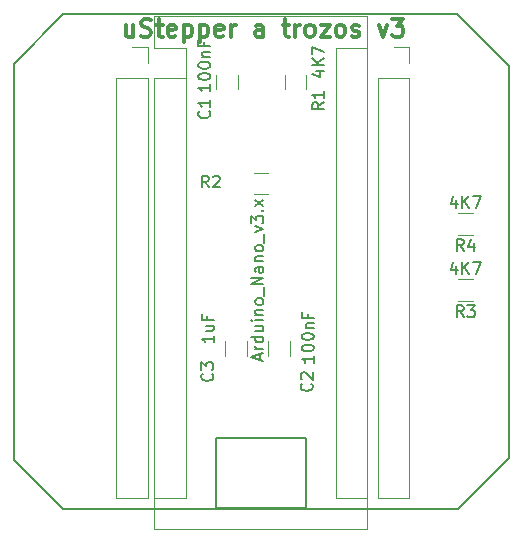
<source format=gbr>
G04 #@! TF.GenerationSoftware,KiCad,Pcbnew,5.0.1-33cea8e~68~ubuntu18.04.1*
G04 #@! TF.CreationDate,2018-11-12T21:08:02+01:00*
G04 #@! TF.ProjectId,ustepper_nano,75737465707065725F6E616E6F2E6B69,rev?*
G04 #@! TF.SameCoordinates,Original*
G04 #@! TF.FileFunction,Legend,Top*
G04 #@! TF.FilePolarity,Positive*
%FSLAX46Y46*%
G04 Gerber Fmt 4.6, Leading zero omitted, Abs format (unit mm)*
G04 Created by KiCad (PCBNEW 5.0.1-33cea8e~68~ubuntu18.04.1) date lun 12 nov 2018 21:08:02 CET*
%MOMM*%
%LPD*%
G01*
G04 APERTURE LIST*
%ADD10C,0.200000*%
%ADD11C,0.300000*%
%ADD12C,0.120000*%
%ADD13C,0.150000*%
G04 APERTURE END LIST*
D10*
X146115600Y-90132800D02*
X138546400Y-90132800D01*
X146115600Y-84138400D02*
X146115600Y-90132800D01*
X138546400Y-84138400D02*
X146115600Y-84138400D01*
X138546400Y-90132800D02*
X138546400Y-84138400D01*
D11*
X131528571Y-49178571D02*
X131528571Y-50178571D01*
X130885714Y-49178571D02*
X130885714Y-49964285D01*
X130957142Y-50107142D01*
X131100000Y-50178571D01*
X131314285Y-50178571D01*
X131457142Y-50107142D01*
X131528571Y-50035714D01*
X132171428Y-50107142D02*
X132385714Y-50178571D01*
X132742857Y-50178571D01*
X132885714Y-50107142D01*
X132957142Y-50035714D01*
X133028571Y-49892857D01*
X133028571Y-49750000D01*
X132957142Y-49607142D01*
X132885714Y-49535714D01*
X132742857Y-49464285D01*
X132457142Y-49392857D01*
X132314285Y-49321428D01*
X132242857Y-49250000D01*
X132171428Y-49107142D01*
X132171428Y-48964285D01*
X132242857Y-48821428D01*
X132314285Y-48750000D01*
X132457142Y-48678571D01*
X132814285Y-48678571D01*
X133028571Y-48750000D01*
X133457142Y-49178571D02*
X134028571Y-49178571D01*
X133671428Y-48678571D02*
X133671428Y-49964285D01*
X133742857Y-50107142D01*
X133885714Y-50178571D01*
X134028571Y-50178571D01*
X135100000Y-50107142D02*
X134957142Y-50178571D01*
X134671428Y-50178571D01*
X134528571Y-50107142D01*
X134457142Y-49964285D01*
X134457142Y-49392857D01*
X134528571Y-49250000D01*
X134671428Y-49178571D01*
X134957142Y-49178571D01*
X135100000Y-49250000D01*
X135171428Y-49392857D01*
X135171428Y-49535714D01*
X134457142Y-49678571D01*
X135814285Y-49178571D02*
X135814285Y-50678571D01*
X135814285Y-49250000D02*
X135957142Y-49178571D01*
X136242857Y-49178571D01*
X136385714Y-49250000D01*
X136457142Y-49321428D01*
X136528571Y-49464285D01*
X136528571Y-49892857D01*
X136457142Y-50035714D01*
X136385714Y-50107142D01*
X136242857Y-50178571D01*
X135957142Y-50178571D01*
X135814285Y-50107142D01*
X137171428Y-49178571D02*
X137171428Y-50678571D01*
X137171428Y-49250000D02*
X137314285Y-49178571D01*
X137600000Y-49178571D01*
X137742857Y-49250000D01*
X137814285Y-49321428D01*
X137885714Y-49464285D01*
X137885714Y-49892857D01*
X137814285Y-50035714D01*
X137742857Y-50107142D01*
X137600000Y-50178571D01*
X137314285Y-50178571D01*
X137171428Y-50107142D01*
X139100000Y-50107142D02*
X138957142Y-50178571D01*
X138671428Y-50178571D01*
X138528571Y-50107142D01*
X138457142Y-49964285D01*
X138457142Y-49392857D01*
X138528571Y-49250000D01*
X138671428Y-49178571D01*
X138957142Y-49178571D01*
X139100000Y-49250000D01*
X139171428Y-49392857D01*
X139171428Y-49535714D01*
X138457142Y-49678571D01*
X139814285Y-50178571D02*
X139814285Y-49178571D01*
X139814285Y-49464285D02*
X139885714Y-49321428D01*
X139957142Y-49250000D01*
X140100000Y-49178571D01*
X140242857Y-49178571D01*
X142528571Y-50178571D02*
X142528571Y-49392857D01*
X142457142Y-49250000D01*
X142314285Y-49178571D01*
X142028571Y-49178571D01*
X141885714Y-49250000D01*
X142528571Y-50107142D02*
X142385714Y-50178571D01*
X142028571Y-50178571D01*
X141885714Y-50107142D01*
X141814285Y-49964285D01*
X141814285Y-49821428D01*
X141885714Y-49678571D01*
X142028571Y-49607142D01*
X142385714Y-49607142D01*
X142528571Y-49535714D01*
X144171428Y-49178571D02*
X144742857Y-49178571D01*
X144385714Y-48678571D02*
X144385714Y-49964285D01*
X144457142Y-50107142D01*
X144600000Y-50178571D01*
X144742857Y-50178571D01*
X145242857Y-50178571D02*
X145242857Y-49178571D01*
X145242857Y-49464285D02*
X145314285Y-49321428D01*
X145385714Y-49250000D01*
X145528571Y-49178571D01*
X145671428Y-49178571D01*
X146385714Y-50178571D02*
X146242857Y-50107142D01*
X146171428Y-50035714D01*
X146100000Y-49892857D01*
X146100000Y-49464285D01*
X146171428Y-49321428D01*
X146242857Y-49250000D01*
X146385714Y-49178571D01*
X146600000Y-49178571D01*
X146742857Y-49250000D01*
X146814285Y-49321428D01*
X146885714Y-49464285D01*
X146885714Y-49892857D01*
X146814285Y-50035714D01*
X146742857Y-50107142D01*
X146600000Y-50178571D01*
X146385714Y-50178571D01*
X147385714Y-49178571D02*
X148171428Y-49178571D01*
X147385714Y-50178571D01*
X148171428Y-50178571D01*
X148957142Y-50178571D02*
X148814285Y-50107142D01*
X148742857Y-50035714D01*
X148671428Y-49892857D01*
X148671428Y-49464285D01*
X148742857Y-49321428D01*
X148814285Y-49250000D01*
X148957142Y-49178571D01*
X149171428Y-49178571D01*
X149314285Y-49250000D01*
X149385714Y-49321428D01*
X149457142Y-49464285D01*
X149457142Y-49892857D01*
X149385714Y-50035714D01*
X149314285Y-50107142D01*
X149171428Y-50178571D01*
X148957142Y-50178571D01*
X150028571Y-50107142D02*
X150171428Y-50178571D01*
X150457142Y-50178571D01*
X150600000Y-50107142D01*
X150671428Y-49964285D01*
X150671428Y-49892857D01*
X150600000Y-49750000D01*
X150457142Y-49678571D01*
X150242857Y-49678571D01*
X150100000Y-49607142D01*
X150028571Y-49464285D01*
X150028571Y-49392857D01*
X150100000Y-49250000D01*
X150242857Y-49178571D01*
X150457142Y-49178571D01*
X150600000Y-49250000D01*
X152314285Y-49178571D02*
X152671428Y-50178571D01*
X153028571Y-49178571D01*
X153457142Y-48678571D02*
X154385714Y-48678571D01*
X153885714Y-49250000D01*
X154100000Y-49250000D01*
X154242857Y-49321428D01*
X154314285Y-49392857D01*
X154385714Y-49535714D01*
X154385714Y-49892857D01*
X154314285Y-50035714D01*
X154242857Y-50107142D01*
X154100000Y-50178571D01*
X153671428Y-50178571D01*
X153528571Y-50107142D01*
X153457142Y-50035714D01*
D10*
X121400000Y-86000000D02*
X121400000Y-52500000D01*
X125600000Y-90200000D02*
X121400000Y-86000000D01*
X159000000Y-90200000D02*
X125600000Y-90200000D01*
X163300000Y-85900000D02*
X159000000Y-90200000D01*
X163300000Y-52700000D02*
X163300000Y-85900000D01*
X158900000Y-48300000D02*
X163300000Y-52700000D01*
X125600000Y-48300000D02*
X158900000Y-48300000D01*
X121400000Y-52500000D02*
X125600000Y-48300000D01*
D12*
G04 #@! TO.C,J7*
X153583200Y-51058400D02*
X154913200Y-51058400D01*
X154913200Y-51058400D02*
X154913200Y-52388400D01*
X154913200Y-53658400D02*
X154913200Y-89278400D01*
X152253200Y-89278400D02*
X154913200Y-89278400D01*
X152253200Y-53658400D02*
X152253200Y-89278400D01*
X152253200Y-53658400D02*
X154913200Y-53658400D01*
G04 #@! TO.C,A2*
X135986000Y-53670000D02*
X135986000Y-51130000D01*
X135986000Y-51130000D02*
X133316000Y-51130000D01*
X133316000Y-53670000D02*
X133316000Y-91900000D01*
X133316000Y-48460000D02*
X133316000Y-51130000D01*
X148686000Y-51130000D02*
X151356000Y-51130000D01*
X148686000Y-51130000D02*
X148686000Y-89230000D01*
X148686000Y-89230000D02*
X151356000Y-89230000D01*
X135986000Y-53670000D02*
X133316000Y-53670000D01*
X135986000Y-53670000D02*
X135986000Y-89230000D01*
X135986000Y-89230000D02*
X133316000Y-89230000D01*
X133316000Y-91900000D02*
X151356000Y-91900000D01*
X151356000Y-91900000D02*
X151356000Y-48460000D01*
X151356000Y-48460000D02*
X133316000Y-48460000D01*
G04 #@! TO.C,J6*
X130079000Y-53658400D02*
X132739000Y-53658400D01*
X130079000Y-53658400D02*
X130079000Y-89278400D01*
X130079000Y-89278400D02*
X132739000Y-89278400D01*
X132739000Y-53658400D02*
X132739000Y-89278400D01*
X132739000Y-51058400D02*
X132739000Y-52388400D01*
X131409000Y-51058400D02*
X132739000Y-51058400D01*
G04 #@! TO.C,C1*
X138563500Y-54603364D02*
X138563500Y-53399236D01*
X140383500Y-54603364D02*
X140383500Y-53399236D01*
G04 #@! TO.C,C2*
X144777700Y-75992536D02*
X144777700Y-77196664D01*
X142957700Y-75992536D02*
X142957700Y-77196664D01*
G04 #@! TO.C,C3*
X139300100Y-75992536D02*
X139300100Y-77196664D01*
X141120100Y-75992536D02*
X141120100Y-77196664D01*
G04 #@! TO.C,R1*
X146174700Y-54603364D02*
X146174700Y-53399236D01*
X144354700Y-54603364D02*
X144354700Y-53399236D01*
G04 #@! TO.C,R2*
X142925129Y-63510527D02*
X141721001Y-63510527D01*
X142925129Y-61690527D02*
X141721001Y-61690527D01*
G04 #@! TO.C,R3*
X160260864Y-70743200D02*
X159056736Y-70743200D01*
X160260864Y-72563200D02*
X159056736Y-72563200D01*
G04 #@! TO.C,R4*
X160260864Y-66963600D02*
X159056736Y-66963600D01*
X160260864Y-65143600D02*
X159056736Y-65143600D01*
G04 #@! TO.C,A2*
D13*
X142243666Y-77541495D02*
X142243666Y-77065304D01*
X142529380Y-77636733D02*
X141529380Y-77303400D01*
X142529380Y-76970066D01*
X142529380Y-76636733D02*
X141862714Y-76636733D01*
X142053190Y-76636733D02*
X141957952Y-76589114D01*
X141910333Y-76541495D01*
X141862714Y-76446257D01*
X141862714Y-76351019D01*
X142529380Y-75589114D02*
X141529380Y-75589114D01*
X142481761Y-75589114D02*
X142529380Y-75684352D01*
X142529380Y-75874828D01*
X142481761Y-75970066D01*
X142434142Y-76017685D01*
X142338904Y-76065304D01*
X142053190Y-76065304D01*
X141957952Y-76017685D01*
X141910333Y-75970066D01*
X141862714Y-75874828D01*
X141862714Y-75684352D01*
X141910333Y-75589114D01*
X141862714Y-74684352D02*
X142529380Y-74684352D01*
X141862714Y-75112923D02*
X142386523Y-75112923D01*
X142481761Y-75065304D01*
X142529380Y-74970066D01*
X142529380Y-74827209D01*
X142481761Y-74731971D01*
X142434142Y-74684352D01*
X142529380Y-74208161D02*
X141862714Y-74208161D01*
X141529380Y-74208161D02*
X141577000Y-74255780D01*
X141624619Y-74208161D01*
X141577000Y-74160542D01*
X141529380Y-74208161D01*
X141624619Y-74208161D01*
X141862714Y-73731971D02*
X142529380Y-73731971D01*
X141957952Y-73731971D02*
X141910333Y-73684352D01*
X141862714Y-73589114D01*
X141862714Y-73446257D01*
X141910333Y-73351019D01*
X142005571Y-73303400D01*
X142529380Y-73303400D01*
X142529380Y-72684352D02*
X142481761Y-72779590D01*
X142434142Y-72827209D01*
X142338904Y-72874828D01*
X142053190Y-72874828D01*
X141957952Y-72827209D01*
X141910333Y-72779590D01*
X141862714Y-72684352D01*
X141862714Y-72541495D01*
X141910333Y-72446257D01*
X141957952Y-72398638D01*
X142053190Y-72351019D01*
X142338904Y-72351019D01*
X142434142Y-72398638D01*
X142481761Y-72446257D01*
X142529380Y-72541495D01*
X142529380Y-72684352D01*
X142624619Y-72160542D02*
X142624619Y-71398638D01*
X142529380Y-71160542D02*
X141529380Y-71160542D01*
X142529380Y-70589114D01*
X141529380Y-70589114D01*
X142529380Y-69684352D02*
X142005571Y-69684352D01*
X141910333Y-69731971D01*
X141862714Y-69827209D01*
X141862714Y-70017685D01*
X141910333Y-70112923D01*
X142481761Y-69684352D02*
X142529380Y-69779590D01*
X142529380Y-70017685D01*
X142481761Y-70112923D01*
X142386523Y-70160542D01*
X142291285Y-70160542D01*
X142196047Y-70112923D01*
X142148428Y-70017685D01*
X142148428Y-69779590D01*
X142100809Y-69684352D01*
X141862714Y-69208161D02*
X142529380Y-69208161D01*
X141957952Y-69208161D02*
X141910333Y-69160542D01*
X141862714Y-69065304D01*
X141862714Y-68922447D01*
X141910333Y-68827209D01*
X142005571Y-68779590D01*
X142529380Y-68779590D01*
X142529380Y-68160542D02*
X142481761Y-68255780D01*
X142434142Y-68303400D01*
X142338904Y-68351019D01*
X142053190Y-68351019D01*
X141957952Y-68303400D01*
X141910333Y-68255780D01*
X141862714Y-68160542D01*
X141862714Y-68017685D01*
X141910333Y-67922447D01*
X141957952Y-67874828D01*
X142053190Y-67827209D01*
X142338904Y-67827209D01*
X142434142Y-67874828D01*
X142481761Y-67922447D01*
X142529380Y-68017685D01*
X142529380Y-68160542D01*
X142624619Y-67636733D02*
X142624619Y-66874828D01*
X141862714Y-66731971D02*
X142529380Y-66493876D01*
X141862714Y-66255780D01*
X141529380Y-65970066D02*
X141529380Y-65351019D01*
X141910333Y-65684352D01*
X141910333Y-65541495D01*
X141957952Y-65446257D01*
X142005571Y-65398638D01*
X142100809Y-65351019D01*
X142338904Y-65351019D01*
X142434142Y-65398638D01*
X142481761Y-65446257D01*
X142529380Y-65541495D01*
X142529380Y-65827209D01*
X142481761Y-65922447D01*
X142434142Y-65970066D01*
X142434142Y-64922447D02*
X142481761Y-64874828D01*
X142529380Y-64922447D01*
X142481761Y-64970066D01*
X142434142Y-64922447D01*
X142529380Y-64922447D01*
X142529380Y-64541495D02*
X141862714Y-64017685D01*
X141862714Y-64541495D02*
X142529380Y-64017685D01*
G04 #@! TO.C,C1*
X137938342Y-56492066D02*
X137985961Y-56539685D01*
X138033580Y-56682542D01*
X138033580Y-56777780D01*
X137985961Y-56920638D01*
X137890723Y-57015876D01*
X137795485Y-57063495D01*
X137605009Y-57111114D01*
X137462152Y-57111114D01*
X137271676Y-57063495D01*
X137176438Y-57015876D01*
X137081200Y-56920638D01*
X137033580Y-56777780D01*
X137033580Y-56682542D01*
X137081200Y-56539685D01*
X137128819Y-56492066D01*
X138033580Y-55539685D02*
X138033580Y-56111114D01*
X138033580Y-55825400D02*
X137033580Y-55825400D01*
X137176438Y-55920638D01*
X137271676Y-56015876D01*
X137319295Y-56111114D01*
X138033580Y-54215419D02*
X138033580Y-54786847D01*
X138033580Y-54501133D02*
X137033580Y-54501133D01*
X137176438Y-54596371D01*
X137271676Y-54691609D01*
X137319295Y-54786847D01*
X137033580Y-53596371D02*
X137033580Y-53501133D01*
X137081200Y-53405895D01*
X137128819Y-53358276D01*
X137224057Y-53310657D01*
X137414533Y-53263038D01*
X137652628Y-53263038D01*
X137843104Y-53310657D01*
X137938342Y-53358276D01*
X137985961Y-53405895D01*
X138033580Y-53501133D01*
X138033580Y-53596371D01*
X137985961Y-53691609D01*
X137938342Y-53739228D01*
X137843104Y-53786847D01*
X137652628Y-53834466D01*
X137414533Y-53834466D01*
X137224057Y-53786847D01*
X137128819Y-53739228D01*
X137081200Y-53691609D01*
X137033580Y-53596371D01*
X137033580Y-52643990D02*
X137033580Y-52548752D01*
X137081200Y-52453514D01*
X137128819Y-52405895D01*
X137224057Y-52358276D01*
X137414533Y-52310657D01*
X137652628Y-52310657D01*
X137843104Y-52358276D01*
X137938342Y-52405895D01*
X137985961Y-52453514D01*
X138033580Y-52548752D01*
X138033580Y-52643990D01*
X137985961Y-52739228D01*
X137938342Y-52786847D01*
X137843104Y-52834466D01*
X137652628Y-52882085D01*
X137414533Y-52882085D01*
X137224057Y-52834466D01*
X137128819Y-52786847D01*
X137081200Y-52739228D01*
X137033580Y-52643990D01*
X137366914Y-51882085D02*
X138033580Y-51882085D01*
X137462152Y-51882085D02*
X137414533Y-51834466D01*
X137366914Y-51739228D01*
X137366914Y-51596371D01*
X137414533Y-51501133D01*
X137509771Y-51453514D01*
X138033580Y-51453514D01*
X137509771Y-50643990D02*
X137509771Y-50977323D01*
X138033580Y-50977323D02*
X137033580Y-50977323D01*
X137033580Y-50501133D01*
G04 #@! TO.C,C2*
X146612442Y-79567966D02*
X146660061Y-79615585D01*
X146707680Y-79758442D01*
X146707680Y-79853680D01*
X146660061Y-79996538D01*
X146564823Y-80091776D01*
X146469585Y-80139395D01*
X146279109Y-80187014D01*
X146136252Y-80187014D01*
X145945776Y-80139395D01*
X145850538Y-80091776D01*
X145755300Y-79996538D01*
X145707680Y-79853680D01*
X145707680Y-79758442D01*
X145755300Y-79615585D01*
X145802919Y-79567966D01*
X145802919Y-79187014D02*
X145755300Y-79139395D01*
X145707680Y-79044157D01*
X145707680Y-78806061D01*
X145755300Y-78710823D01*
X145802919Y-78663204D01*
X145898157Y-78615585D01*
X145993395Y-78615585D01*
X146136252Y-78663204D01*
X146707680Y-79234633D01*
X146707680Y-78615585D01*
X146809280Y-77202419D02*
X146809280Y-77773847D01*
X146809280Y-77488133D02*
X145809280Y-77488133D01*
X145952138Y-77583371D01*
X146047376Y-77678609D01*
X146094995Y-77773847D01*
X145809280Y-76583371D02*
X145809280Y-76488133D01*
X145856900Y-76392895D01*
X145904519Y-76345276D01*
X145999757Y-76297657D01*
X146190233Y-76250038D01*
X146428328Y-76250038D01*
X146618804Y-76297657D01*
X146714042Y-76345276D01*
X146761661Y-76392895D01*
X146809280Y-76488133D01*
X146809280Y-76583371D01*
X146761661Y-76678609D01*
X146714042Y-76726228D01*
X146618804Y-76773847D01*
X146428328Y-76821466D01*
X146190233Y-76821466D01*
X145999757Y-76773847D01*
X145904519Y-76726228D01*
X145856900Y-76678609D01*
X145809280Y-76583371D01*
X145809280Y-75630990D02*
X145809280Y-75535752D01*
X145856900Y-75440514D01*
X145904519Y-75392895D01*
X145999757Y-75345276D01*
X146190233Y-75297657D01*
X146428328Y-75297657D01*
X146618804Y-75345276D01*
X146714042Y-75392895D01*
X146761661Y-75440514D01*
X146809280Y-75535752D01*
X146809280Y-75630990D01*
X146761661Y-75726228D01*
X146714042Y-75773847D01*
X146618804Y-75821466D01*
X146428328Y-75869085D01*
X146190233Y-75869085D01*
X145999757Y-75821466D01*
X145904519Y-75773847D01*
X145856900Y-75726228D01*
X145809280Y-75630990D01*
X146142614Y-74869085D02*
X146809280Y-74869085D01*
X146237852Y-74869085D02*
X146190233Y-74821466D01*
X146142614Y-74726228D01*
X146142614Y-74583371D01*
X146190233Y-74488133D01*
X146285471Y-74440514D01*
X146809280Y-74440514D01*
X146285471Y-73630990D02*
X146285471Y-73964323D01*
X146809280Y-73964323D02*
X145809280Y-73964323D01*
X145809280Y-73488133D01*
G04 #@! TO.C,C3*
X138205042Y-78717066D02*
X138252661Y-78764685D01*
X138300280Y-78907542D01*
X138300280Y-79002780D01*
X138252661Y-79145638D01*
X138157423Y-79240876D01*
X138062185Y-79288495D01*
X137871709Y-79336114D01*
X137728852Y-79336114D01*
X137538376Y-79288495D01*
X137443138Y-79240876D01*
X137347900Y-79145638D01*
X137300280Y-79002780D01*
X137300280Y-78907542D01*
X137347900Y-78764685D01*
X137395519Y-78717066D01*
X137300280Y-78383733D02*
X137300280Y-77764685D01*
X137681233Y-78098019D01*
X137681233Y-77955161D01*
X137728852Y-77859923D01*
X137776471Y-77812304D01*
X137871709Y-77764685D01*
X138109804Y-77764685D01*
X138205042Y-77812304D01*
X138252661Y-77859923D01*
X138300280Y-77955161D01*
X138300280Y-78240876D01*
X138252661Y-78336114D01*
X138205042Y-78383733D01*
X138325680Y-75500738D02*
X138325680Y-76072166D01*
X138325680Y-75786452D02*
X137325680Y-75786452D01*
X137468538Y-75881690D01*
X137563776Y-75976928D01*
X137611395Y-76072166D01*
X137659014Y-74643595D02*
X138325680Y-74643595D01*
X137659014Y-75072166D02*
X138182823Y-75072166D01*
X138278061Y-75024547D01*
X138325680Y-74929309D01*
X138325680Y-74786452D01*
X138278061Y-74691214D01*
X138230442Y-74643595D01*
X137801871Y-73834071D02*
X137801871Y-74167404D01*
X138325680Y-74167404D02*
X137325680Y-74167404D01*
X137325680Y-73691214D01*
G04 #@! TO.C,R1*
X147660180Y-55755466D02*
X147183990Y-56088800D01*
X147660180Y-56326895D02*
X146660180Y-56326895D01*
X146660180Y-55945942D01*
X146707800Y-55850704D01*
X146755419Y-55803085D01*
X146850657Y-55755466D01*
X146993514Y-55755466D01*
X147088752Y-55803085D01*
X147136371Y-55850704D01*
X147183990Y-55945942D01*
X147183990Y-56326895D01*
X147660180Y-54803085D02*
X147660180Y-55374514D01*
X147660180Y-55088800D02*
X146660180Y-55088800D01*
X146803038Y-55184038D01*
X146898276Y-55279276D01*
X146945895Y-55374514D01*
X147018914Y-53123314D02*
X147685580Y-53123314D01*
X146637961Y-53361409D02*
X147352247Y-53599504D01*
X147352247Y-52980457D01*
X147685580Y-52599504D02*
X146685580Y-52599504D01*
X147685580Y-52028076D02*
X147114152Y-52456647D01*
X146685580Y-52028076D02*
X147257009Y-52599504D01*
X146685580Y-51694742D02*
X146685580Y-51028076D01*
X147685580Y-51456647D01*
G04 #@! TO.C,R2*
X137909833Y-62939934D02*
X137576500Y-62463744D01*
X137338404Y-62939934D02*
X137338404Y-61939934D01*
X137719357Y-61939934D01*
X137814595Y-61987554D01*
X137862214Y-62035173D01*
X137909833Y-62130411D01*
X137909833Y-62273268D01*
X137862214Y-62368506D01*
X137814595Y-62416125D01*
X137719357Y-62463744D01*
X137338404Y-62463744D01*
X138290785Y-62035173D02*
X138338404Y-61987554D01*
X138433642Y-61939934D01*
X138671738Y-61939934D01*
X138766976Y-61987554D01*
X138814595Y-62035173D01*
X138862214Y-62130411D01*
X138862214Y-62225649D01*
X138814595Y-62368506D01*
X138243166Y-62939934D01*
X138862214Y-62939934D01*
G04 #@! TO.C,R3*
X159492133Y-73925580D02*
X159158800Y-73449390D01*
X158920704Y-73925580D02*
X158920704Y-72925580D01*
X159301657Y-72925580D01*
X159396895Y-72973200D01*
X159444514Y-73020819D01*
X159492133Y-73116057D01*
X159492133Y-73258914D01*
X159444514Y-73354152D01*
X159396895Y-73401771D01*
X159301657Y-73449390D01*
X158920704Y-73449390D01*
X159825466Y-72925580D02*
X160444514Y-72925580D01*
X160111180Y-73306533D01*
X160254038Y-73306533D01*
X160349276Y-73354152D01*
X160396895Y-73401771D01*
X160444514Y-73497009D01*
X160444514Y-73735104D01*
X160396895Y-73830342D01*
X160349276Y-73877961D01*
X160254038Y-73925580D01*
X159968323Y-73925580D01*
X159873085Y-73877961D01*
X159825466Y-73830342D01*
X158873085Y-69618914D02*
X158873085Y-70285580D01*
X158634990Y-69237961D02*
X158396895Y-69952247D01*
X159015942Y-69952247D01*
X159396895Y-70285580D02*
X159396895Y-69285580D01*
X159968323Y-70285580D02*
X159539752Y-69714152D01*
X159968323Y-69285580D02*
X159396895Y-69857009D01*
X160301657Y-69285580D02*
X160968323Y-69285580D01*
X160539752Y-70285580D01*
G04 #@! TO.C,R4*
X159492133Y-68325980D02*
X159158800Y-67849790D01*
X158920704Y-68325980D02*
X158920704Y-67325980D01*
X159301657Y-67325980D01*
X159396895Y-67373600D01*
X159444514Y-67421219D01*
X159492133Y-67516457D01*
X159492133Y-67659314D01*
X159444514Y-67754552D01*
X159396895Y-67802171D01*
X159301657Y-67849790D01*
X158920704Y-67849790D01*
X160349276Y-67659314D02*
X160349276Y-68325980D01*
X160111180Y-67278361D02*
X159873085Y-67992647D01*
X160492133Y-67992647D01*
X158873085Y-64019314D02*
X158873085Y-64685980D01*
X158634990Y-63638361D02*
X158396895Y-64352647D01*
X159015942Y-64352647D01*
X159396895Y-64685980D02*
X159396895Y-63685980D01*
X159968323Y-64685980D02*
X159539752Y-64114552D01*
X159968323Y-63685980D02*
X159396895Y-64257409D01*
X160301657Y-63685980D02*
X160968323Y-63685980D01*
X160539752Y-64685980D01*
G04 #@! TD*
M02*

</source>
